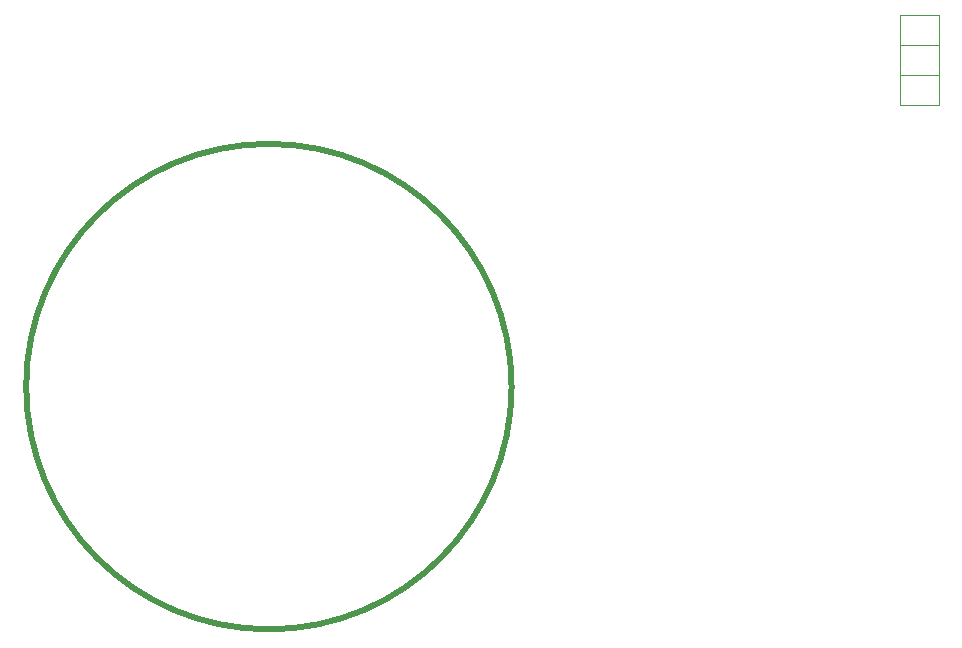
<source format=gbr>
%TF.GenerationSoftware,KiCad,Pcbnew,(6.0.4)*%
%TF.CreationDate,2022-07-31T18:16:21+02:00*%
%TF.ProjectId,battoota,62617474-6f6f-4746-912e-6b696361645f,v1.0.0*%
%TF.SameCoordinates,Original*%
%TF.FileFunction,Other,User*%
%FSLAX46Y46*%
G04 Gerber Fmt 4.6, Leading zero omitted, Abs format (unit mm)*
G04 Created by KiCad (PCBNEW (6.0.4)) date 2022-07-31 18:16:21*
%MOMM*%
%LPD*%
G01*
G04 APERTURE LIST*
%ADD10C,0.050000*%
%ADD11C,0.550000*%
G04 APERTURE END LIST*
D10*
%TO.C,MCU1*%
X157268690Y115592348D02*
X160568690Y115592348D01*
X160568690Y113012348D02*
X157268690Y113012348D01*
X157268690Y110512348D02*
X157268690Y113012348D01*
X160568690Y118092348D02*
X160568690Y115592348D01*
X160568690Y115552348D02*
X157268690Y115552348D01*
X157268690Y113052348D02*
X160568690Y113052348D01*
X157268690Y113052348D02*
X157268690Y115552348D01*
X157268690Y110512348D02*
X160568690Y110512348D01*
X160568690Y118092348D02*
X157268690Y118092348D01*
X157268690Y115592348D02*
X157268690Y118092348D01*
X160568690Y113012348D02*
X160568690Y110512348D01*
X160568690Y115552348D02*
X160568690Y113052348D01*
D11*
%TO.C,REF\u002A\u002A*%
X124360924Y86640254D02*
G75*
G03*
X124360924Y86640254I-20550000J0D01*
G01*
%TD*%
M02*

</source>
